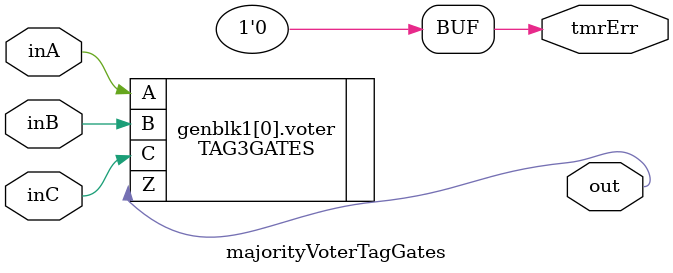
<source format=v>
/**
 *  File  : majorityVoterTagGates.v
 *  Author: Szymon Kulis (CERN)
 **/

`timescale 1ns/10ps

module majorityVoterTagGates (inA, inB, inC, out, tmrErr);
  // tmrg do_not_touch
  parameter WIDTH = 1;
  input   [(WIDTH-1):0]   inA, inB, inC;
  output  [(WIDTH-1):0]   out;
  output                  tmrErr;
  assign tmrErr=1'b0;
  genvar i;
  wire  [(WIDTH-1):0]   outn;
  for (i=0;i<WIDTH;i=i+1)
  begin
    TAG3GATES voter(.A(inA[i]), .B(inB[i]), .C(inC[i]), .Z(out[i]));
  end

endmodule


</source>
